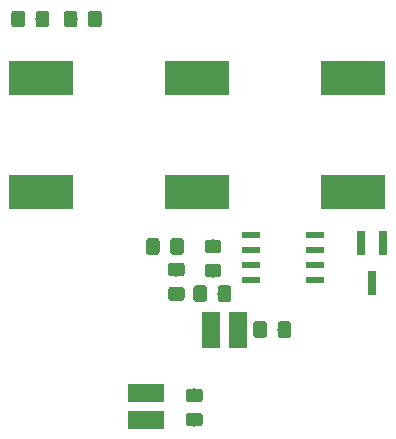
<source format=gbr>
G04 #@! TF.GenerationSoftware,KiCad,Pcbnew,5.1.4*
G04 #@! TF.CreationDate,2019-08-14T00:52:14-04:00*
G04 #@! TF.ProjectId,PowerRDP,506f7765-7252-4445-902e-6b696361645f,3*
G04 #@! TF.SameCoordinates,Original*
G04 #@! TF.FileFunction,Paste,Bot*
G04 #@! TF.FilePolarity,Positive*
%FSLAX46Y46*%
G04 Gerber Fmt 4.6, Leading zero omitted, Abs format (unit mm)*
G04 Created by KiCad (PCBNEW 5.1.4) date 2019-08-14 00:52:14*
%MOMM*%
%LPD*%
G04 APERTURE LIST*
%ADD10C,0.100000*%
%ADD11C,1.150000*%
%ADD12R,1.520000X3.050000*%
%ADD13R,3.050000X1.520000*%
%ADD14R,0.650000X2.000000*%
%ADD15R,1.550000X0.600000*%
%ADD16R,5.400000X2.900000*%
G04 APERTURE END LIST*
D10*
G36*
X127839505Y-81597204D02*
G01*
X127863773Y-81600804D01*
X127887572Y-81606765D01*
X127910671Y-81615030D01*
X127932850Y-81625520D01*
X127953893Y-81638132D01*
X127973599Y-81652747D01*
X127991777Y-81669223D01*
X128008253Y-81687401D01*
X128022868Y-81707107D01*
X128035480Y-81728150D01*
X128045970Y-81750329D01*
X128054235Y-81773428D01*
X128060196Y-81797227D01*
X128063796Y-81821495D01*
X128065000Y-81845999D01*
X128065000Y-82746001D01*
X128063796Y-82770505D01*
X128060196Y-82794773D01*
X128054235Y-82818572D01*
X128045970Y-82841671D01*
X128035480Y-82863850D01*
X128022868Y-82884893D01*
X128008253Y-82904599D01*
X127991777Y-82922777D01*
X127973599Y-82939253D01*
X127953893Y-82953868D01*
X127932850Y-82966480D01*
X127910671Y-82976970D01*
X127887572Y-82985235D01*
X127863773Y-82991196D01*
X127839505Y-82994796D01*
X127815001Y-82996000D01*
X127164999Y-82996000D01*
X127140495Y-82994796D01*
X127116227Y-82991196D01*
X127092428Y-82985235D01*
X127069329Y-82976970D01*
X127047150Y-82966480D01*
X127026107Y-82953868D01*
X127006401Y-82939253D01*
X126988223Y-82922777D01*
X126971747Y-82904599D01*
X126957132Y-82884893D01*
X126944520Y-82863850D01*
X126934030Y-82841671D01*
X126925765Y-82818572D01*
X126919804Y-82794773D01*
X126916204Y-82770505D01*
X126915000Y-82746001D01*
X126915000Y-81845999D01*
X126916204Y-81821495D01*
X126919804Y-81797227D01*
X126925765Y-81773428D01*
X126934030Y-81750329D01*
X126944520Y-81728150D01*
X126957132Y-81707107D01*
X126971747Y-81687401D01*
X126988223Y-81669223D01*
X127006401Y-81652747D01*
X127026107Y-81638132D01*
X127047150Y-81625520D01*
X127069329Y-81615030D01*
X127092428Y-81606765D01*
X127116227Y-81600804D01*
X127140495Y-81597204D01*
X127164999Y-81596000D01*
X127815001Y-81596000D01*
X127839505Y-81597204D01*
X127839505Y-81597204D01*
G37*
D11*
X127490000Y-82296000D03*
D10*
G36*
X129889505Y-81597204D02*
G01*
X129913773Y-81600804D01*
X129937572Y-81606765D01*
X129960671Y-81615030D01*
X129982850Y-81625520D01*
X130003893Y-81638132D01*
X130023599Y-81652747D01*
X130041777Y-81669223D01*
X130058253Y-81687401D01*
X130072868Y-81707107D01*
X130085480Y-81728150D01*
X130095970Y-81750329D01*
X130104235Y-81773428D01*
X130110196Y-81797227D01*
X130113796Y-81821495D01*
X130115000Y-81845999D01*
X130115000Y-82746001D01*
X130113796Y-82770505D01*
X130110196Y-82794773D01*
X130104235Y-82818572D01*
X130095970Y-82841671D01*
X130085480Y-82863850D01*
X130072868Y-82884893D01*
X130058253Y-82904599D01*
X130041777Y-82922777D01*
X130023599Y-82939253D01*
X130003893Y-82953868D01*
X129982850Y-82966480D01*
X129960671Y-82976970D01*
X129937572Y-82985235D01*
X129913773Y-82991196D01*
X129889505Y-82994796D01*
X129865001Y-82996000D01*
X129214999Y-82996000D01*
X129190495Y-82994796D01*
X129166227Y-82991196D01*
X129142428Y-82985235D01*
X129119329Y-82976970D01*
X129097150Y-82966480D01*
X129076107Y-82953868D01*
X129056401Y-82939253D01*
X129038223Y-82922777D01*
X129021747Y-82904599D01*
X129007132Y-82884893D01*
X128994520Y-82863850D01*
X128984030Y-82841671D01*
X128975765Y-82818572D01*
X128969804Y-82794773D01*
X128966204Y-82770505D01*
X128965000Y-82746001D01*
X128965000Y-81845999D01*
X128966204Y-81821495D01*
X128969804Y-81797227D01*
X128975765Y-81773428D01*
X128984030Y-81750329D01*
X128994520Y-81728150D01*
X129007132Y-81707107D01*
X129021747Y-81687401D01*
X129038223Y-81669223D01*
X129056401Y-81652747D01*
X129076107Y-81638132D01*
X129097150Y-81625520D01*
X129119329Y-81615030D01*
X129142428Y-81606765D01*
X129166227Y-81600804D01*
X129190495Y-81597204D01*
X129214999Y-81596000D01*
X129865001Y-81596000D01*
X129889505Y-81597204D01*
X129889505Y-81597204D01*
G37*
D11*
X129540000Y-82296000D03*
D10*
G36*
X122394505Y-89351204D02*
G01*
X122418773Y-89354804D01*
X122442572Y-89360765D01*
X122465671Y-89369030D01*
X122487850Y-89379520D01*
X122508893Y-89392132D01*
X122528599Y-89406747D01*
X122546777Y-89423223D01*
X122563253Y-89441401D01*
X122577868Y-89461107D01*
X122590480Y-89482150D01*
X122600970Y-89504329D01*
X122609235Y-89527428D01*
X122615196Y-89551227D01*
X122618796Y-89575495D01*
X122620000Y-89599999D01*
X122620000Y-90250001D01*
X122618796Y-90274505D01*
X122615196Y-90298773D01*
X122609235Y-90322572D01*
X122600970Y-90345671D01*
X122590480Y-90367850D01*
X122577868Y-90388893D01*
X122563253Y-90408599D01*
X122546777Y-90426777D01*
X122528599Y-90443253D01*
X122508893Y-90457868D01*
X122487850Y-90470480D01*
X122465671Y-90480970D01*
X122442572Y-90489235D01*
X122418773Y-90495196D01*
X122394505Y-90498796D01*
X122370001Y-90500000D01*
X121469999Y-90500000D01*
X121445495Y-90498796D01*
X121421227Y-90495196D01*
X121397428Y-90489235D01*
X121374329Y-90480970D01*
X121352150Y-90470480D01*
X121331107Y-90457868D01*
X121311401Y-90443253D01*
X121293223Y-90426777D01*
X121276747Y-90408599D01*
X121262132Y-90388893D01*
X121249520Y-90367850D01*
X121239030Y-90345671D01*
X121230765Y-90322572D01*
X121224804Y-90298773D01*
X121221204Y-90274505D01*
X121220000Y-90250001D01*
X121220000Y-89599999D01*
X121221204Y-89575495D01*
X121224804Y-89551227D01*
X121230765Y-89527428D01*
X121239030Y-89504329D01*
X121249520Y-89482150D01*
X121262132Y-89461107D01*
X121276747Y-89441401D01*
X121293223Y-89423223D01*
X121311401Y-89406747D01*
X121331107Y-89392132D01*
X121352150Y-89379520D01*
X121374329Y-89369030D01*
X121397428Y-89360765D01*
X121421227Y-89354804D01*
X121445495Y-89351204D01*
X121469999Y-89350000D01*
X122370001Y-89350000D01*
X122394505Y-89351204D01*
X122394505Y-89351204D01*
G37*
D11*
X121920000Y-89925000D03*
D10*
G36*
X122394505Y-87301204D02*
G01*
X122418773Y-87304804D01*
X122442572Y-87310765D01*
X122465671Y-87319030D01*
X122487850Y-87329520D01*
X122508893Y-87342132D01*
X122528599Y-87356747D01*
X122546777Y-87373223D01*
X122563253Y-87391401D01*
X122577868Y-87411107D01*
X122590480Y-87432150D01*
X122600970Y-87454329D01*
X122609235Y-87477428D01*
X122615196Y-87501227D01*
X122618796Y-87525495D01*
X122620000Y-87549999D01*
X122620000Y-88200001D01*
X122618796Y-88224505D01*
X122615196Y-88248773D01*
X122609235Y-88272572D01*
X122600970Y-88295671D01*
X122590480Y-88317850D01*
X122577868Y-88338893D01*
X122563253Y-88358599D01*
X122546777Y-88376777D01*
X122528599Y-88393253D01*
X122508893Y-88407868D01*
X122487850Y-88420480D01*
X122465671Y-88430970D01*
X122442572Y-88439235D01*
X122418773Y-88445196D01*
X122394505Y-88448796D01*
X122370001Y-88450000D01*
X121469999Y-88450000D01*
X121445495Y-88448796D01*
X121421227Y-88445196D01*
X121397428Y-88439235D01*
X121374329Y-88430970D01*
X121352150Y-88420480D01*
X121331107Y-88407868D01*
X121311401Y-88393253D01*
X121293223Y-88376777D01*
X121276747Y-88358599D01*
X121262132Y-88338893D01*
X121249520Y-88317850D01*
X121239030Y-88295671D01*
X121230765Y-88272572D01*
X121224804Y-88248773D01*
X121221204Y-88224505D01*
X121220000Y-88200001D01*
X121220000Y-87549999D01*
X121221204Y-87525495D01*
X121224804Y-87501227D01*
X121230765Y-87477428D01*
X121239030Y-87454329D01*
X121249520Y-87432150D01*
X121262132Y-87411107D01*
X121276747Y-87391401D01*
X121293223Y-87373223D01*
X121311401Y-87356747D01*
X121331107Y-87342132D01*
X121352150Y-87329520D01*
X121374329Y-87319030D01*
X121397428Y-87310765D01*
X121421227Y-87304804D01*
X121445495Y-87301204D01*
X121469999Y-87300000D01*
X122370001Y-87300000D01*
X122394505Y-87301204D01*
X122394505Y-87301204D01*
G37*
D11*
X121920000Y-87875000D03*
D10*
G36*
X122768505Y-78549204D02*
G01*
X122792773Y-78552804D01*
X122816572Y-78558765D01*
X122839671Y-78567030D01*
X122861850Y-78577520D01*
X122882893Y-78590132D01*
X122902599Y-78604747D01*
X122920777Y-78621223D01*
X122937253Y-78639401D01*
X122951868Y-78659107D01*
X122964480Y-78680150D01*
X122974970Y-78702329D01*
X122983235Y-78725428D01*
X122989196Y-78749227D01*
X122992796Y-78773495D01*
X122994000Y-78797999D01*
X122994000Y-79698001D01*
X122992796Y-79722505D01*
X122989196Y-79746773D01*
X122983235Y-79770572D01*
X122974970Y-79793671D01*
X122964480Y-79815850D01*
X122951868Y-79836893D01*
X122937253Y-79856599D01*
X122920777Y-79874777D01*
X122902599Y-79891253D01*
X122882893Y-79905868D01*
X122861850Y-79918480D01*
X122839671Y-79928970D01*
X122816572Y-79937235D01*
X122792773Y-79943196D01*
X122768505Y-79946796D01*
X122744001Y-79948000D01*
X122093999Y-79948000D01*
X122069495Y-79946796D01*
X122045227Y-79943196D01*
X122021428Y-79937235D01*
X121998329Y-79928970D01*
X121976150Y-79918480D01*
X121955107Y-79905868D01*
X121935401Y-79891253D01*
X121917223Y-79874777D01*
X121900747Y-79856599D01*
X121886132Y-79836893D01*
X121873520Y-79815850D01*
X121863030Y-79793671D01*
X121854765Y-79770572D01*
X121848804Y-79746773D01*
X121845204Y-79722505D01*
X121844000Y-79698001D01*
X121844000Y-78797999D01*
X121845204Y-78773495D01*
X121848804Y-78749227D01*
X121854765Y-78725428D01*
X121863030Y-78702329D01*
X121873520Y-78680150D01*
X121886132Y-78659107D01*
X121900747Y-78639401D01*
X121917223Y-78621223D01*
X121935401Y-78604747D01*
X121955107Y-78590132D01*
X121976150Y-78577520D01*
X121998329Y-78567030D01*
X122021428Y-78558765D01*
X122045227Y-78552804D01*
X122069495Y-78549204D01*
X122093999Y-78548000D01*
X122744001Y-78548000D01*
X122768505Y-78549204D01*
X122768505Y-78549204D01*
G37*
D11*
X122419000Y-79248000D03*
D10*
G36*
X124818505Y-78549204D02*
G01*
X124842773Y-78552804D01*
X124866572Y-78558765D01*
X124889671Y-78567030D01*
X124911850Y-78577520D01*
X124932893Y-78590132D01*
X124952599Y-78604747D01*
X124970777Y-78621223D01*
X124987253Y-78639401D01*
X125001868Y-78659107D01*
X125014480Y-78680150D01*
X125024970Y-78702329D01*
X125033235Y-78725428D01*
X125039196Y-78749227D01*
X125042796Y-78773495D01*
X125044000Y-78797999D01*
X125044000Y-79698001D01*
X125042796Y-79722505D01*
X125039196Y-79746773D01*
X125033235Y-79770572D01*
X125024970Y-79793671D01*
X125014480Y-79815850D01*
X125001868Y-79836893D01*
X124987253Y-79856599D01*
X124970777Y-79874777D01*
X124952599Y-79891253D01*
X124932893Y-79905868D01*
X124911850Y-79918480D01*
X124889671Y-79928970D01*
X124866572Y-79937235D01*
X124842773Y-79943196D01*
X124818505Y-79946796D01*
X124794001Y-79948000D01*
X124143999Y-79948000D01*
X124119495Y-79946796D01*
X124095227Y-79943196D01*
X124071428Y-79937235D01*
X124048329Y-79928970D01*
X124026150Y-79918480D01*
X124005107Y-79905868D01*
X123985401Y-79891253D01*
X123967223Y-79874777D01*
X123950747Y-79856599D01*
X123936132Y-79836893D01*
X123923520Y-79815850D01*
X123913030Y-79793671D01*
X123904765Y-79770572D01*
X123898804Y-79746773D01*
X123895204Y-79722505D01*
X123894000Y-79698001D01*
X123894000Y-78797999D01*
X123895204Y-78773495D01*
X123898804Y-78749227D01*
X123904765Y-78725428D01*
X123913030Y-78702329D01*
X123923520Y-78680150D01*
X123936132Y-78659107D01*
X123950747Y-78639401D01*
X123967223Y-78621223D01*
X123985401Y-78604747D01*
X124005107Y-78590132D01*
X124026150Y-78577520D01*
X124048329Y-78567030D01*
X124071428Y-78558765D01*
X124095227Y-78552804D01*
X124119495Y-78549204D01*
X124143999Y-78548000D01*
X124794001Y-78548000D01*
X124818505Y-78549204D01*
X124818505Y-78549204D01*
G37*
D11*
X124469000Y-79248000D03*
D10*
G36*
X120870505Y-78692204D02*
G01*
X120894773Y-78695804D01*
X120918572Y-78701765D01*
X120941671Y-78710030D01*
X120963850Y-78720520D01*
X120984893Y-78733132D01*
X121004599Y-78747747D01*
X121022777Y-78764223D01*
X121039253Y-78782401D01*
X121053868Y-78802107D01*
X121066480Y-78823150D01*
X121076970Y-78845329D01*
X121085235Y-78868428D01*
X121091196Y-78892227D01*
X121094796Y-78916495D01*
X121096000Y-78940999D01*
X121096000Y-79591001D01*
X121094796Y-79615505D01*
X121091196Y-79639773D01*
X121085235Y-79663572D01*
X121076970Y-79686671D01*
X121066480Y-79708850D01*
X121053868Y-79729893D01*
X121039253Y-79749599D01*
X121022777Y-79767777D01*
X121004599Y-79784253D01*
X120984893Y-79798868D01*
X120963850Y-79811480D01*
X120941671Y-79821970D01*
X120918572Y-79830235D01*
X120894773Y-79836196D01*
X120870505Y-79839796D01*
X120846001Y-79841000D01*
X119945999Y-79841000D01*
X119921495Y-79839796D01*
X119897227Y-79836196D01*
X119873428Y-79830235D01*
X119850329Y-79821970D01*
X119828150Y-79811480D01*
X119807107Y-79798868D01*
X119787401Y-79784253D01*
X119769223Y-79767777D01*
X119752747Y-79749599D01*
X119738132Y-79729893D01*
X119725520Y-79708850D01*
X119715030Y-79686671D01*
X119706765Y-79663572D01*
X119700804Y-79639773D01*
X119697204Y-79615505D01*
X119696000Y-79591001D01*
X119696000Y-78940999D01*
X119697204Y-78916495D01*
X119700804Y-78892227D01*
X119706765Y-78868428D01*
X119715030Y-78845329D01*
X119725520Y-78823150D01*
X119738132Y-78802107D01*
X119752747Y-78782401D01*
X119769223Y-78764223D01*
X119787401Y-78747747D01*
X119807107Y-78733132D01*
X119828150Y-78720520D01*
X119850329Y-78710030D01*
X119873428Y-78701765D01*
X119897227Y-78695804D01*
X119921495Y-78692204D01*
X119945999Y-78691000D01*
X120846001Y-78691000D01*
X120870505Y-78692204D01*
X120870505Y-78692204D01*
G37*
D11*
X120396000Y-79266000D03*
D10*
G36*
X120870505Y-76642204D02*
G01*
X120894773Y-76645804D01*
X120918572Y-76651765D01*
X120941671Y-76660030D01*
X120963850Y-76670520D01*
X120984893Y-76683132D01*
X121004599Y-76697747D01*
X121022777Y-76714223D01*
X121039253Y-76732401D01*
X121053868Y-76752107D01*
X121066480Y-76773150D01*
X121076970Y-76795329D01*
X121085235Y-76818428D01*
X121091196Y-76842227D01*
X121094796Y-76866495D01*
X121096000Y-76890999D01*
X121096000Y-77541001D01*
X121094796Y-77565505D01*
X121091196Y-77589773D01*
X121085235Y-77613572D01*
X121076970Y-77636671D01*
X121066480Y-77658850D01*
X121053868Y-77679893D01*
X121039253Y-77699599D01*
X121022777Y-77717777D01*
X121004599Y-77734253D01*
X120984893Y-77748868D01*
X120963850Y-77761480D01*
X120941671Y-77771970D01*
X120918572Y-77780235D01*
X120894773Y-77786196D01*
X120870505Y-77789796D01*
X120846001Y-77791000D01*
X119945999Y-77791000D01*
X119921495Y-77789796D01*
X119897227Y-77786196D01*
X119873428Y-77780235D01*
X119850329Y-77771970D01*
X119828150Y-77761480D01*
X119807107Y-77748868D01*
X119787401Y-77734253D01*
X119769223Y-77717777D01*
X119752747Y-77699599D01*
X119738132Y-77679893D01*
X119725520Y-77658850D01*
X119715030Y-77636671D01*
X119706765Y-77613572D01*
X119700804Y-77589773D01*
X119697204Y-77565505D01*
X119696000Y-77541001D01*
X119696000Y-76890999D01*
X119697204Y-76866495D01*
X119700804Y-76842227D01*
X119706765Y-76818428D01*
X119715030Y-76795329D01*
X119725520Y-76773150D01*
X119738132Y-76752107D01*
X119752747Y-76732401D01*
X119769223Y-76714223D01*
X119787401Y-76697747D01*
X119807107Y-76683132D01*
X119828150Y-76670520D01*
X119850329Y-76660030D01*
X119873428Y-76651765D01*
X119897227Y-76645804D01*
X119921495Y-76642204D01*
X119945999Y-76641000D01*
X120846001Y-76641000D01*
X120870505Y-76642204D01*
X120870505Y-76642204D01*
G37*
D11*
X120396000Y-77216000D03*
D12*
X125605000Y-82296000D03*
X123315000Y-82296000D03*
D13*
X117856000Y-87626000D03*
X117856000Y-89916000D03*
D14*
X136022000Y-74930000D03*
X137922000Y-74930000D03*
X136972000Y-78350000D03*
D10*
G36*
X123971953Y-74674523D02*
G01*
X123996221Y-74678123D01*
X124020020Y-74684084D01*
X124043119Y-74692349D01*
X124065298Y-74702839D01*
X124086341Y-74715451D01*
X124106047Y-74730066D01*
X124124225Y-74746542D01*
X124140701Y-74764720D01*
X124155316Y-74784426D01*
X124167928Y-74805469D01*
X124178418Y-74827648D01*
X124186683Y-74850747D01*
X124192644Y-74874546D01*
X124196244Y-74898814D01*
X124197448Y-74923318D01*
X124197448Y-75573320D01*
X124196244Y-75597824D01*
X124192644Y-75622092D01*
X124186683Y-75645891D01*
X124178418Y-75668990D01*
X124167928Y-75691169D01*
X124155316Y-75712212D01*
X124140701Y-75731918D01*
X124124225Y-75750096D01*
X124106047Y-75766572D01*
X124086341Y-75781187D01*
X124065298Y-75793799D01*
X124043119Y-75804289D01*
X124020020Y-75812554D01*
X123996221Y-75818515D01*
X123971953Y-75822115D01*
X123947449Y-75823319D01*
X123047447Y-75823319D01*
X123022943Y-75822115D01*
X122998675Y-75818515D01*
X122974876Y-75812554D01*
X122951777Y-75804289D01*
X122929598Y-75793799D01*
X122908555Y-75781187D01*
X122888849Y-75766572D01*
X122870671Y-75750096D01*
X122854195Y-75731918D01*
X122839580Y-75712212D01*
X122826968Y-75691169D01*
X122816478Y-75668990D01*
X122808213Y-75645891D01*
X122802252Y-75622092D01*
X122798652Y-75597824D01*
X122797448Y-75573320D01*
X122797448Y-74923318D01*
X122798652Y-74898814D01*
X122802252Y-74874546D01*
X122808213Y-74850747D01*
X122816478Y-74827648D01*
X122826968Y-74805469D01*
X122839580Y-74784426D01*
X122854195Y-74764720D01*
X122870671Y-74746542D01*
X122888849Y-74730066D01*
X122908555Y-74715451D01*
X122929598Y-74702839D01*
X122951777Y-74692349D01*
X122974876Y-74684084D01*
X122998675Y-74678123D01*
X123022943Y-74674523D01*
X123047447Y-74673319D01*
X123947449Y-74673319D01*
X123971953Y-74674523D01*
X123971953Y-74674523D01*
G37*
D11*
X123497448Y-75248319D03*
D10*
G36*
X123971953Y-76724523D02*
G01*
X123996221Y-76728123D01*
X124020020Y-76734084D01*
X124043119Y-76742349D01*
X124065298Y-76752839D01*
X124086341Y-76765451D01*
X124106047Y-76780066D01*
X124124225Y-76796542D01*
X124140701Y-76814720D01*
X124155316Y-76834426D01*
X124167928Y-76855469D01*
X124178418Y-76877648D01*
X124186683Y-76900747D01*
X124192644Y-76924546D01*
X124196244Y-76948814D01*
X124197448Y-76973318D01*
X124197448Y-77623320D01*
X124196244Y-77647824D01*
X124192644Y-77672092D01*
X124186683Y-77695891D01*
X124178418Y-77718990D01*
X124167928Y-77741169D01*
X124155316Y-77762212D01*
X124140701Y-77781918D01*
X124124225Y-77800096D01*
X124106047Y-77816572D01*
X124086341Y-77831187D01*
X124065298Y-77843799D01*
X124043119Y-77854289D01*
X124020020Y-77862554D01*
X123996221Y-77868515D01*
X123971953Y-77872115D01*
X123947449Y-77873319D01*
X123047447Y-77873319D01*
X123022943Y-77872115D01*
X122998675Y-77868515D01*
X122974876Y-77862554D01*
X122951777Y-77854289D01*
X122929598Y-77843799D01*
X122908555Y-77831187D01*
X122888849Y-77816572D01*
X122870671Y-77800096D01*
X122854195Y-77781918D01*
X122839580Y-77762212D01*
X122826968Y-77741169D01*
X122816478Y-77718990D01*
X122808213Y-77695891D01*
X122802252Y-77672092D01*
X122798652Y-77647824D01*
X122797448Y-77623320D01*
X122797448Y-76973318D01*
X122798652Y-76948814D01*
X122802252Y-76924546D01*
X122808213Y-76900747D01*
X122816478Y-76877648D01*
X122826968Y-76855469D01*
X122839580Y-76834426D01*
X122854195Y-76814720D01*
X122870671Y-76796542D01*
X122888849Y-76780066D01*
X122908555Y-76765451D01*
X122929598Y-76752839D01*
X122951777Y-76742349D01*
X122974876Y-76734084D01*
X122998675Y-76728123D01*
X123022943Y-76724523D01*
X123047447Y-76723319D01*
X123947449Y-76723319D01*
X123971953Y-76724523D01*
X123971953Y-76724523D01*
G37*
D11*
X123497448Y-77298319D03*
D10*
G36*
X120798953Y-74567523D02*
G01*
X120823221Y-74571123D01*
X120847020Y-74577084D01*
X120870119Y-74585349D01*
X120892298Y-74595839D01*
X120913341Y-74608451D01*
X120933047Y-74623066D01*
X120951225Y-74639542D01*
X120967701Y-74657720D01*
X120982316Y-74677426D01*
X120994928Y-74698469D01*
X121005418Y-74720648D01*
X121013683Y-74743747D01*
X121019644Y-74767546D01*
X121023244Y-74791814D01*
X121024448Y-74816318D01*
X121024448Y-75716320D01*
X121023244Y-75740824D01*
X121019644Y-75765092D01*
X121013683Y-75788891D01*
X121005418Y-75811990D01*
X120994928Y-75834169D01*
X120982316Y-75855212D01*
X120967701Y-75874918D01*
X120951225Y-75893096D01*
X120933047Y-75909572D01*
X120913341Y-75924187D01*
X120892298Y-75936799D01*
X120870119Y-75947289D01*
X120847020Y-75955554D01*
X120823221Y-75961515D01*
X120798953Y-75965115D01*
X120774449Y-75966319D01*
X120124447Y-75966319D01*
X120099943Y-75965115D01*
X120075675Y-75961515D01*
X120051876Y-75955554D01*
X120028777Y-75947289D01*
X120006598Y-75936799D01*
X119985555Y-75924187D01*
X119965849Y-75909572D01*
X119947671Y-75893096D01*
X119931195Y-75874918D01*
X119916580Y-75855212D01*
X119903968Y-75834169D01*
X119893478Y-75811990D01*
X119885213Y-75788891D01*
X119879252Y-75765092D01*
X119875652Y-75740824D01*
X119874448Y-75716320D01*
X119874448Y-74816318D01*
X119875652Y-74791814D01*
X119879252Y-74767546D01*
X119885213Y-74743747D01*
X119893478Y-74720648D01*
X119903968Y-74698469D01*
X119916580Y-74677426D01*
X119931195Y-74657720D01*
X119947671Y-74639542D01*
X119965849Y-74623066D01*
X119985555Y-74608451D01*
X120006598Y-74595839D01*
X120028777Y-74585349D01*
X120051876Y-74577084D01*
X120075675Y-74571123D01*
X120099943Y-74567523D01*
X120124447Y-74566319D01*
X120774449Y-74566319D01*
X120798953Y-74567523D01*
X120798953Y-74567523D01*
G37*
D11*
X120449448Y-75266319D03*
D10*
G36*
X118748953Y-74567523D02*
G01*
X118773221Y-74571123D01*
X118797020Y-74577084D01*
X118820119Y-74585349D01*
X118842298Y-74595839D01*
X118863341Y-74608451D01*
X118883047Y-74623066D01*
X118901225Y-74639542D01*
X118917701Y-74657720D01*
X118932316Y-74677426D01*
X118944928Y-74698469D01*
X118955418Y-74720648D01*
X118963683Y-74743747D01*
X118969644Y-74767546D01*
X118973244Y-74791814D01*
X118974448Y-74816318D01*
X118974448Y-75716320D01*
X118973244Y-75740824D01*
X118969644Y-75765092D01*
X118963683Y-75788891D01*
X118955418Y-75811990D01*
X118944928Y-75834169D01*
X118932316Y-75855212D01*
X118917701Y-75874918D01*
X118901225Y-75893096D01*
X118883047Y-75909572D01*
X118863341Y-75924187D01*
X118842298Y-75936799D01*
X118820119Y-75947289D01*
X118797020Y-75955554D01*
X118773221Y-75961515D01*
X118748953Y-75965115D01*
X118724449Y-75966319D01*
X118074447Y-75966319D01*
X118049943Y-75965115D01*
X118025675Y-75961515D01*
X118001876Y-75955554D01*
X117978777Y-75947289D01*
X117956598Y-75936799D01*
X117935555Y-75924187D01*
X117915849Y-75909572D01*
X117897671Y-75893096D01*
X117881195Y-75874918D01*
X117866580Y-75855212D01*
X117853968Y-75834169D01*
X117843478Y-75811990D01*
X117835213Y-75788891D01*
X117829252Y-75765092D01*
X117825652Y-75740824D01*
X117824448Y-75716320D01*
X117824448Y-74816318D01*
X117825652Y-74791814D01*
X117829252Y-74767546D01*
X117835213Y-74743747D01*
X117843478Y-74720648D01*
X117853968Y-74698469D01*
X117866580Y-74677426D01*
X117881195Y-74657720D01*
X117897671Y-74639542D01*
X117915849Y-74623066D01*
X117935555Y-74608451D01*
X117956598Y-74595839D01*
X117978777Y-74585349D01*
X118001876Y-74577084D01*
X118025675Y-74571123D01*
X118049943Y-74567523D01*
X118074447Y-74566319D01*
X118724449Y-74566319D01*
X118748953Y-74567523D01*
X118748953Y-74567523D01*
G37*
D11*
X118399448Y-75266319D03*
D15*
X132133448Y-74250319D03*
X132133448Y-75520319D03*
X132133448Y-76790319D03*
X132133448Y-78060319D03*
X126733448Y-78060319D03*
X126733448Y-76790319D03*
X126733448Y-75520319D03*
X126733448Y-74250319D03*
D16*
X108966000Y-60960000D03*
X108966000Y-70660000D03*
X122174000Y-70660000D03*
X122174000Y-60960000D03*
X135382000Y-60960000D03*
X135382000Y-70660000D03*
D10*
G36*
X113849505Y-55301204D02*
G01*
X113873773Y-55304804D01*
X113897572Y-55310765D01*
X113920671Y-55319030D01*
X113942850Y-55329520D01*
X113963893Y-55342132D01*
X113983599Y-55356747D01*
X114001777Y-55373223D01*
X114018253Y-55391401D01*
X114032868Y-55411107D01*
X114045480Y-55432150D01*
X114055970Y-55454329D01*
X114064235Y-55477428D01*
X114070196Y-55501227D01*
X114073796Y-55525495D01*
X114075000Y-55549999D01*
X114075000Y-56450001D01*
X114073796Y-56474505D01*
X114070196Y-56498773D01*
X114064235Y-56522572D01*
X114055970Y-56545671D01*
X114045480Y-56567850D01*
X114032868Y-56588893D01*
X114018253Y-56608599D01*
X114001777Y-56626777D01*
X113983599Y-56643253D01*
X113963893Y-56657868D01*
X113942850Y-56670480D01*
X113920671Y-56680970D01*
X113897572Y-56689235D01*
X113873773Y-56695196D01*
X113849505Y-56698796D01*
X113825001Y-56700000D01*
X113174999Y-56700000D01*
X113150495Y-56698796D01*
X113126227Y-56695196D01*
X113102428Y-56689235D01*
X113079329Y-56680970D01*
X113057150Y-56670480D01*
X113036107Y-56657868D01*
X113016401Y-56643253D01*
X112998223Y-56626777D01*
X112981747Y-56608599D01*
X112967132Y-56588893D01*
X112954520Y-56567850D01*
X112944030Y-56545671D01*
X112935765Y-56522572D01*
X112929804Y-56498773D01*
X112926204Y-56474505D01*
X112925000Y-56450001D01*
X112925000Y-55549999D01*
X112926204Y-55525495D01*
X112929804Y-55501227D01*
X112935765Y-55477428D01*
X112944030Y-55454329D01*
X112954520Y-55432150D01*
X112967132Y-55411107D01*
X112981747Y-55391401D01*
X112998223Y-55373223D01*
X113016401Y-55356747D01*
X113036107Y-55342132D01*
X113057150Y-55329520D01*
X113079329Y-55319030D01*
X113102428Y-55310765D01*
X113126227Y-55304804D01*
X113150495Y-55301204D01*
X113174999Y-55300000D01*
X113825001Y-55300000D01*
X113849505Y-55301204D01*
X113849505Y-55301204D01*
G37*
D11*
X113500000Y-56000000D03*
D10*
G36*
X111799505Y-55301204D02*
G01*
X111823773Y-55304804D01*
X111847572Y-55310765D01*
X111870671Y-55319030D01*
X111892850Y-55329520D01*
X111913893Y-55342132D01*
X111933599Y-55356747D01*
X111951777Y-55373223D01*
X111968253Y-55391401D01*
X111982868Y-55411107D01*
X111995480Y-55432150D01*
X112005970Y-55454329D01*
X112014235Y-55477428D01*
X112020196Y-55501227D01*
X112023796Y-55525495D01*
X112025000Y-55549999D01*
X112025000Y-56450001D01*
X112023796Y-56474505D01*
X112020196Y-56498773D01*
X112014235Y-56522572D01*
X112005970Y-56545671D01*
X111995480Y-56567850D01*
X111982868Y-56588893D01*
X111968253Y-56608599D01*
X111951777Y-56626777D01*
X111933599Y-56643253D01*
X111913893Y-56657868D01*
X111892850Y-56670480D01*
X111870671Y-56680970D01*
X111847572Y-56689235D01*
X111823773Y-56695196D01*
X111799505Y-56698796D01*
X111775001Y-56700000D01*
X111124999Y-56700000D01*
X111100495Y-56698796D01*
X111076227Y-56695196D01*
X111052428Y-56689235D01*
X111029329Y-56680970D01*
X111007150Y-56670480D01*
X110986107Y-56657868D01*
X110966401Y-56643253D01*
X110948223Y-56626777D01*
X110931747Y-56608599D01*
X110917132Y-56588893D01*
X110904520Y-56567850D01*
X110894030Y-56545671D01*
X110885765Y-56522572D01*
X110879804Y-56498773D01*
X110876204Y-56474505D01*
X110875000Y-56450001D01*
X110875000Y-55549999D01*
X110876204Y-55525495D01*
X110879804Y-55501227D01*
X110885765Y-55477428D01*
X110894030Y-55454329D01*
X110904520Y-55432150D01*
X110917132Y-55411107D01*
X110931747Y-55391401D01*
X110948223Y-55373223D01*
X110966401Y-55356747D01*
X110986107Y-55342132D01*
X111007150Y-55329520D01*
X111029329Y-55319030D01*
X111052428Y-55310765D01*
X111076227Y-55304804D01*
X111100495Y-55301204D01*
X111124999Y-55300000D01*
X111775001Y-55300000D01*
X111799505Y-55301204D01*
X111799505Y-55301204D01*
G37*
D11*
X111450000Y-56000000D03*
D10*
G36*
X109399505Y-55301204D02*
G01*
X109423773Y-55304804D01*
X109447572Y-55310765D01*
X109470671Y-55319030D01*
X109492850Y-55329520D01*
X109513893Y-55342132D01*
X109533599Y-55356747D01*
X109551777Y-55373223D01*
X109568253Y-55391401D01*
X109582868Y-55411107D01*
X109595480Y-55432150D01*
X109605970Y-55454329D01*
X109614235Y-55477428D01*
X109620196Y-55501227D01*
X109623796Y-55525495D01*
X109625000Y-55549999D01*
X109625000Y-56450001D01*
X109623796Y-56474505D01*
X109620196Y-56498773D01*
X109614235Y-56522572D01*
X109605970Y-56545671D01*
X109595480Y-56567850D01*
X109582868Y-56588893D01*
X109568253Y-56608599D01*
X109551777Y-56626777D01*
X109533599Y-56643253D01*
X109513893Y-56657868D01*
X109492850Y-56670480D01*
X109470671Y-56680970D01*
X109447572Y-56689235D01*
X109423773Y-56695196D01*
X109399505Y-56698796D01*
X109375001Y-56700000D01*
X108724999Y-56700000D01*
X108700495Y-56698796D01*
X108676227Y-56695196D01*
X108652428Y-56689235D01*
X108629329Y-56680970D01*
X108607150Y-56670480D01*
X108586107Y-56657868D01*
X108566401Y-56643253D01*
X108548223Y-56626777D01*
X108531747Y-56608599D01*
X108517132Y-56588893D01*
X108504520Y-56567850D01*
X108494030Y-56545671D01*
X108485765Y-56522572D01*
X108479804Y-56498773D01*
X108476204Y-56474505D01*
X108475000Y-56450001D01*
X108475000Y-55549999D01*
X108476204Y-55525495D01*
X108479804Y-55501227D01*
X108485765Y-55477428D01*
X108494030Y-55454329D01*
X108504520Y-55432150D01*
X108517132Y-55411107D01*
X108531747Y-55391401D01*
X108548223Y-55373223D01*
X108566401Y-55356747D01*
X108586107Y-55342132D01*
X108607150Y-55329520D01*
X108629329Y-55319030D01*
X108652428Y-55310765D01*
X108676227Y-55304804D01*
X108700495Y-55301204D01*
X108724999Y-55300000D01*
X109375001Y-55300000D01*
X109399505Y-55301204D01*
X109399505Y-55301204D01*
G37*
D11*
X109050000Y-56000000D03*
D10*
G36*
X107349505Y-55301204D02*
G01*
X107373773Y-55304804D01*
X107397572Y-55310765D01*
X107420671Y-55319030D01*
X107442850Y-55329520D01*
X107463893Y-55342132D01*
X107483599Y-55356747D01*
X107501777Y-55373223D01*
X107518253Y-55391401D01*
X107532868Y-55411107D01*
X107545480Y-55432150D01*
X107555970Y-55454329D01*
X107564235Y-55477428D01*
X107570196Y-55501227D01*
X107573796Y-55525495D01*
X107575000Y-55549999D01*
X107575000Y-56450001D01*
X107573796Y-56474505D01*
X107570196Y-56498773D01*
X107564235Y-56522572D01*
X107555970Y-56545671D01*
X107545480Y-56567850D01*
X107532868Y-56588893D01*
X107518253Y-56608599D01*
X107501777Y-56626777D01*
X107483599Y-56643253D01*
X107463893Y-56657868D01*
X107442850Y-56670480D01*
X107420671Y-56680970D01*
X107397572Y-56689235D01*
X107373773Y-56695196D01*
X107349505Y-56698796D01*
X107325001Y-56700000D01*
X106674999Y-56700000D01*
X106650495Y-56698796D01*
X106626227Y-56695196D01*
X106602428Y-56689235D01*
X106579329Y-56680970D01*
X106557150Y-56670480D01*
X106536107Y-56657868D01*
X106516401Y-56643253D01*
X106498223Y-56626777D01*
X106481747Y-56608599D01*
X106467132Y-56588893D01*
X106454520Y-56567850D01*
X106444030Y-56545671D01*
X106435765Y-56522572D01*
X106429804Y-56498773D01*
X106426204Y-56474505D01*
X106425000Y-56450001D01*
X106425000Y-55549999D01*
X106426204Y-55525495D01*
X106429804Y-55501227D01*
X106435765Y-55477428D01*
X106444030Y-55454329D01*
X106454520Y-55432150D01*
X106467132Y-55411107D01*
X106481747Y-55391401D01*
X106498223Y-55373223D01*
X106516401Y-55356747D01*
X106536107Y-55342132D01*
X106557150Y-55329520D01*
X106579329Y-55319030D01*
X106602428Y-55310765D01*
X106626227Y-55304804D01*
X106650495Y-55301204D01*
X106674999Y-55300000D01*
X107325001Y-55300000D01*
X107349505Y-55301204D01*
X107349505Y-55301204D01*
G37*
D11*
X107000000Y-56000000D03*
M02*

</source>
